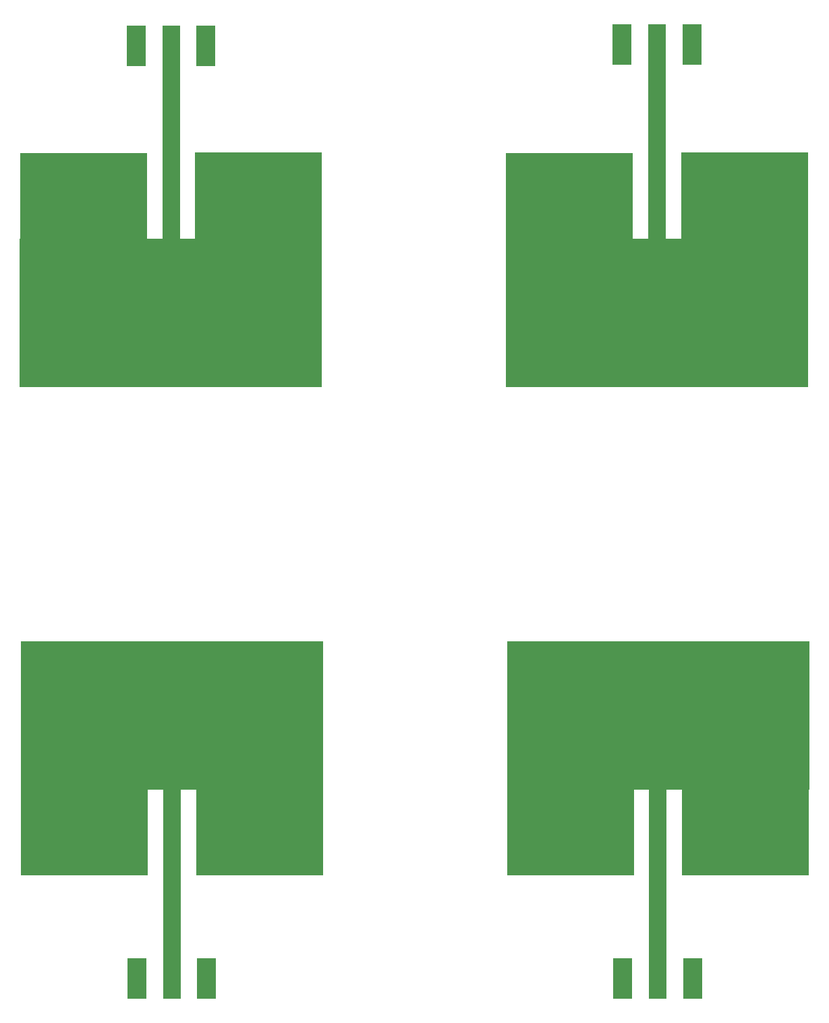
<source format=gbr>
%TF.GenerationSoftware,Altium Limited,Altium Designer,24.6.1 (21)*%
G04 Layer_Physical_Order=1*
G04 Layer_Color=255*
%FSLAX45Y45*%
%MOMM*%
%TF.SameCoordinates,104D0E94-22AC-47F8-8689-0ABA5F01EAEE*%
%TF.FilePolarity,Positive*%
%TF.FileFunction,Copper,L1,Top,Signal*%
%TF.Part,Single*%
G01*
G75*
%TA.AperFunction,ConnectorPad*%
%ADD10R,2.28600X5.08000*%
%ADD11R,2.41300X5.08000*%
%TA.AperFunction,Conductor*%
%ADD12R,2.30500X27.27500*%
%ADD13R,15.92500X14.79000*%
%ADD14R,15.87500X15.12500*%
%ADD15R,37.91100X18.69100*%
%TA.AperFunction,ViaPad*%
%ADD16C,1.50000*%
D10*
X10955000Y13012500D02*
D03*
X4855000Y13002499D02*
D03*
X10964350Y1290000D02*
D03*
X4864350Y1292500D02*
D03*
D11*
X11393150Y13012500D02*
D03*
X10516850D02*
D03*
X5293150Y13002499D02*
D03*
X4416850D02*
D03*
X10526200Y1290000D02*
D03*
X11402500D02*
D03*
X4426200Y1292500D02*
D03*
X5302500D02*
D03*
D12*
X4855250Y11836250D02*
D03*
X10955250Y11836249D02*
D03*
X4864750Y2403750D02*
D03*
X10964750Y2403750D02*
D03*
D13*
X3753750Y10915500D02*
D03*
X9853750D02*
D03*
X5966250Y3324500D02*
D03*
X12066250Y3324500D02*
D03*
D14*
X5953750Y10903749D02*
D03*
X12053750D02*
D03*
X3766250Y3336250D02*
D03*
X9866250Y3336250D02*
D03*
D15*
X4850850Y9645450D02*
D03*
X10950850Y9645449D02*
D03*
X4869150Y4594550D02*
D03*
X10969150Y4594550D02*
D03*
D16*
X5300000Y1172500D02*
D03*
X5307500Y1440000D02*
D03*
X4417500Y1180000D02*
D03*
X4420000Y1440000D02*
D03*
X11407500Y1175000D02*
D03*
Y1432500D02*
D03*
X10517500Y1167500D02*
D03*
X10522500Y1415000D02*
D03*
X11397500Y13155000D02*
D03*
Y12900000D02*
D03*
X10512500Y12907500D02*
D03*
Y13147501D02*
D03*
X5295000Y12887500D02*
D03*
X5297500Y13132500D02*
D03*
X4417500D02*
D03*
Y12895000D02*
D03*
%TF.MD5,a3309e92638092a2f7194c03f4b6cfc1*%
M02*

</source>
